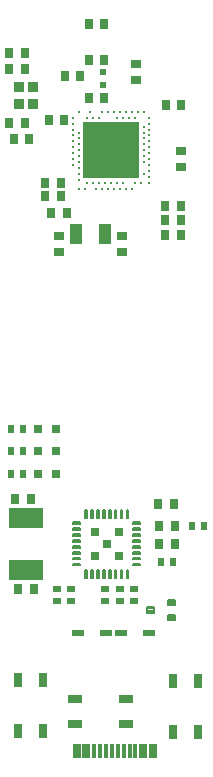
<source format=gbr>
From c3ca4f95bd59f69d45e582a4149327f57a360760 Mon Sep 17 00:00:00 2001
From: jaseg <git@jaseg.de>
Date: Sun, 30 Jan 2022 20:11:38 +0100
Subject: Rename gerbonara/gerber package to just gerbonara

---
 .../resources/eagle_files/solderpaste_top.gbr      | 621 ---------------------
 1 file changed, 621 deletions(-)
 delete mode 100644 gerbonara/gerber/tests/resources/eagle_files/solderpaste_top.gbr

(limited to 'gerbonara/gerber/tests/resources/eagle_files/solderpaste_top.gbr')

diff --git a/gerbonara/gerber/tests/resources/eagle_files/solderpaste_top.gbr b/gerbonara/gerber/tests/resources/eagle_files/solderpaste_top.gbr
deleted file mode 100644
index b35400e..0000000
--- a/gerbonara/gerber/tests/resources/eagle_files/solderpaste_top.gbr
+++ /dev/null
@@ -1,621 +0,0 @@
-G04 EAGLE Gerber RS-274X export*
-G75*
-%MOMM*%
-%FSLAX34Y34*%
-%LPD*%
-%INSolderpaste Top*%
-%IPPOS*%
-%AMOC8*
-5,1,8,0,0,1.08239X$1,22.5*%
-G01*
-%ADD10C,0.139700*%
-%ADD11R,0.762000X0.762000*%
-%ADD12C,0.190500*%
-%ADD13R,1.058800X0.539100*%
-%ADD14R,0.800000X0.800000*%
-%ADD15R,0.600000X0.700000*%
-%ADD16R,0.700000X0.600000*%
-%ADD17R,0.700000X0.900000*%
-%ADD18R,0.850000X0.950000*%
-%ADD19R,0.600000X0.600000*%
-%ADD20R,0.900000X0.700000*%
-%ADD21R,1.000000X1.800000*%
-%ADD22R,4.850000X4.850000*%
-%ADD23C,0.200000*%
-%ADD24R,0.635000X1.270000*%
-%ADD25R,0.300000X1.270000*%
-%ADD26R,2.911800X1.817700*%
-%ADD27R,0.650000X1.250000*%
-%ADD28R,1.250000X0.650000*%
-
-
-D10*
-X117312Y273531D02*
-X111088Y273531D01*
-X111088Y274929D01*
-X117312Y274929D01*
-X117312Y273531D01*
-X117312Y274858D02*
-X111088Y274858D01*
-X111088Y268531D02*
-X117312Y268531D01*
-X111088Y268531D02*
-X111088Y269929D01*
-X117312Y269929D01*
-X117312Y268531D01*
-X117312Y269858D02*
-X111088Y269858D01*
-X111088Y263531D02*
-X117312Y263531D01*
-X111088Y263531D02*
-X111088Y264929D01*
-X117312Y264929D01*
-X117312Y263531D01*
-X117312Y264858D02*
-X111088Y264858D01*
-X111088Y258531D02*
-X117312Y258531D01*
-X111088Y258531D02*
-X111088Y259929D01*
-X117312Y259929D01*
-X117312Y258531D01*
-X117312Y259858D02*
-X111088Y259858D01*
-X111088Y253531D02*
-X117312Y253531D01*
-X111088Y253531D02*
-X111088Y254929D01*
-X117312Y254929D01*
-X117312Y253531D01*
-X117312Y254858D02*
-X111088Y254858D01*
-X111088Y248531D02*
-X117312Y248531D01*
-X111088Y248531D02*
-X111088Y249929D01*
-X117312Y249929D01*
-X117312Y248531D01*
-X117312Y249858D02*
-X111088Y249858D01*
-X111088Y243531D02*
-X117312Y243531D01*
-X111088Y243531D02*
-X111088Y244929D01*
-X117312Y244929D01*
-X117312Y243531D01*
-X117312Y244858D02*
-X111088Y244858D01*
-X111088Y238531D02*
-X117312Y238531D01*
-X111088Y238531D02*
-X111088Y239929D01*
-X117312Y239929D01*
-X117312Y238531D01*
-X117312Y239858D02*
-X111088Y239858D01*
-X122799Y234442D02*
-X122799Y228218D01*
-X121401Y228218D01*
-X121401Y234442D01*
-X122799Y234442D01*
-X122799Y229545D02*
-X121401Y229545D01*
-X121401Y230872D02*
-X122799Y230872D01*
-X122799Y232199D02*
-X121401Y232199D01*
-X121401Y233526D02*
-X122799Y233526D01*
-X127799Y234442D02*
-X127799Y228218D01*
-X126401Y228218D01*
-X126401Y234442D01*
-X127799Y234442D01*
-X127799Y229545D02*
-X126401Y229545D01*
-X126401Y230872D02*
-X127799Y230872D01*
-X127799Y232199D02*
-X126401Y232199D01*
-X126401Y233526D02*
-X127799Y233526D01*
-X132799Y234442D02*
-X132799Y228218D01*
-X131401Y228218D01*
-X131401Y234442D01*
-X132799Y234442D01*
-X132799Y229545D02*
-X131401Y229545D01*
-X131401Y230872D02*
-X132799Y230872D01*
-X132799Y232199D02*
-X131401Y232199D01*
-X131401Y233526D02*
-X132799Y233526D01*
-X137799Y234442D02*
-X137799Y228218D01*
-X136401Y228218D01*
-X136401Y234442D01*
-X137799Y234442D01*
-X137799Y229545D02*
-X136401Y229545D01*
-X136401Y230872D02*
-X137799Y230872D01*
-X137799Y232199D02*
-X136401Y232199D01*
-X136401Y233526D02*
-X137799Y233526D01*
-X142799Y234442D02*
-X142799Y228218D01*
-X141401Y228218D01*
-X141401Y234442D01*
-X142799Y234442D01*
-X142799Y229545D02*
-X141401Y229545D01*
-X141401Y230872D02*
-X142799Y230872D01*
-X142799Y232199D02*
-X141401Y232199D01*
-X141401Y233526D02*
-X142799Y233526D01*
-X147799Y234442D02*
-X147799Y228218D01*
-X146401Y228218D01*
-X146401Y234442D01*
-X147799Y234442D01*
-X147799Y229545D02*
-X146401Y229545D01*
-X146401Y230872D02*
-X147799Y230872D01*
-X147799Y232199D02*
-X146401Y232199D01*
-X146401Y233526D02*
-X147799Y233526D01*
-X152799Y234442D02*
-X152799Y228218D01*
-X151401Y228218D01*
-X151401Y234442D01*
-X152799Y234442D01*
-X152799Y229545D02*
-X151401Y229545D01*
-X151401Y230872D02*
-X152799Y230872D01*
-X152799Y232199D02*
-X151401Y232199D01*
-X151401Y233526D02*
-X152799Y233526D01*
-X157799Y234442D02*
-X157799Y228218D01*
-X156401Y228218D01*
-X156401Y234442D01*
-X157799Y234442D01*
-X157799Y229545D02*
-X156401Y229545D01*
-X156401Y230872D02*
-X157799Y230872D01*
-X157799Y232199D02*
-X156401Y232199D01*
-X156401Y233526D02*
-X157799Y233526D01*
-X161888Y239929D02*
-X168112Y239929D01*
-X168112Y238531D01*
-X161888Y238531D01*
-X161888Y239929D01*
-X161888Y239858D02*
-X168112Y239858D01*
-X168112Y244929D02*
-X161888Y244929D01*
-X168112Y244929D02*
-X168112Y243531D01*
-X161888Y243531D01*
-X161888Y244929D01*
-X161888Y244858D02*
-X168112Y244858D01*
-X168112Y249929D02*
-X161888Y249929D01*
-X168112Y249929D02*
-X168112Y248531D01*
-X161888Y248531D01*
-X161888Y249929D01*
-X161888Y249858D02*
-X168112Y249858D01*
-X168112Y254929D02*
-X161888Y254929D01*
-X168112Y254929D02*
-X168112Y253531D01*
-X161888Y253531D01*
-X161888Y254929D01*
-X161888Y254858D02*
-X168112Y254858D01*
-X168112Y259929D02*
-X161888Y259929D01*
-X168112Y259929D02*
-X168112Y258531D01*
-X161888Y258531D01*
-X161888Y259929D01*
-X161888Y259858D02*
-X168112Y259858D01*
-X168112Y264929D02*
-X161888Y264929D01*
-X168112Y264929D02*
-X168112Y263531D01*
-X161888Y263531D01*
-X161888Y264929D01*
-X161888Y264858D02*
-X168112Y264858D01*
-X168112Y269929D02*
-X161888Y269929D01*
-X168112Y269929D02*
-X168112Y268531D01*
-X161888Y268531D01*
-X161888Y269929D01*
-X161888Y269858D02*
-X168112Y269858D01*
-X168112Y274929D02*
-X161888Y274929D01*
-X168112Y274929D02*
-X168112Y273531D01*
-X161888Y273531D01*
-X161888Y274929D01*
-X161888Y274858D02*
-X168112Y274858D01*
-X156401Y279018D02*
-X156401Y285242D01*
-X157799Y285242D01*
-X157799Y279018D01*
-X156401Y279018D01*
-X156401Y280345D02*
-X157799Y280345D01*
-X157799Y281672D02*
-X156401Y281672D01*
-X156401Y282999D02*
-X157799Y282999D01*
-X157799Y284326D02*
-X156401Y284326D01*
-X151401Y285242D02*
-X151401Y279018D01*
-X151401Y285242D02*
-X152799Y285242D01*
-X152799Y279018D01*
-X151401Y279018D01*
-X151401Y280345D02*
-X152799Y280345D01*
-X152799Y281672D02*
-X151401Y281672D01*
-X151401Y282999D02*
-X152799Y282999D01*
-X152799Y284326D02*
-X151401Y284326D01*
-X146401Y285242D02*
-X146401Y279018D01*
-X146401Y285242D02*
-X147799Y285242D01*
-X147799Y279018D01*
-X146401Y279018D01*
-X146401Y280345D02*
-X147799Y280345D01*
-X147799Y281672D02*
-X146401Y281672D01*
-X146401Y282999D02*
-X147799Y282999D01*
-X147799Y284326D02*
-X146401Y284326D01*
-X141401Y285242D02*
-X141401Y279018D01*
-X141401Y285242D02*
-X142799Y285242D01*
-X142799Y279018D01*
-X141401Y279018D01*
-X141401Y280345D02*
-X142799Y280345D01*
-X142799Y281672D02*
-X141401Y281672D01*
-X141401Y282999D02*
-X142799Y282999D01*
-X142799Y284326D02*
-X141401Y284326D01*
-X136401Y285242D02*
-X136401Y279018D01*
-X136401Y285242D02*
-X137799Y285242D01*
-X137799Y279018D01*
-X136401Y279018D01*
-X136401Y280345D02*
-X137799Y280345D01*
-X137799Y281672D02*
-X136401Y281672D01*
-X136401Y282999D02*
-X137799Y282999D01*
-X137799Y284326D02*
-X136401Y284326D01*
-X131401Y285242D02*
-X131401Y279018D01*
-X131401Y285242D02*
-X132799Y285242D01*
-X132799Y279018D01*
-X131401Y279018D01*
-X131401Y280345D02*
-X132799Y280345D01*
-X132799Y281672D02*
-X131401Y281672D01*
-X131401Y282999D02*
-X132799Y282999D01*
-X132799Y284326D02*
-X131401Y284326D01*
-X126401Y285242D02*
-X126401Y279018D01*
-X126401Y285242D02*
-X127799Y285242D01*
-X127799Y279018D01*
-X126401Y279018D01*
-X126401Y280345D02*
-X127799Y280345D01*
-X127799Y281672D02*
-X126401Y281672D01*
-X126401Y282999D02*
-X127799Y282999D01*
-X127799Y284326D02*
-X126401Y284326D01*
-X121401Y285242D02*
-X121401Y279018D01*
-X121401Y285242D02*
-X122799Y285242D01*
-X122799Y279018D01*
-X121401Y279018D01*
-X121401Y280345D02*
-X122799Y280345D01*
-X122799Y281672D02*
-X121401Y281672D01*
-X121401Y282999D02*
-X122799Y282999D01*
-X122799Y284326D02*
-X121401Y284326D01*
-D11*
-X139600Y256730D03*
-X129440Y266890D03*
-X149760Y266890D03*
-X129440Y246570D03*
-X149760Y246570D03*
-D12*
-X191452Y196533D02*
-X197168Y196533D01*
-X197168Y192087D01*
-X191452Y192087D01*
-X191452Y196533D01*
-X191452Y193897D02*
-X197168Y193897D01*
-X197168Y195707D02*
-X191452Y195707D01*
-X191452Y209233D02*
-X197168Y209233D01*
-X197168Y204787D01*
-X191452Y204787D01*
-X191452Y209233D01*
-X191452Y206597D02*
-X197168Y206597D01*
-X197168Y208407D02*
-X191452Y208407D01*
-X179388Y202883D02*
-X173672Y202883D01*
-X179388Y202883D02*
-X179388Y198437D01*
-X173672Y198437D01*
-X173672Y202883D01*
-X173672Y200247D02*
-X179388Y200247D01*
-X179388Y202057D02*
-X173672Y202057D01*
-D13*
-X151827Y181610D03*
-X175393Y181610D03*
-X138643Y181610D03*
-X115077Y181610D03*
-D14*
-X96400Y354330D03*
-X81400Y354330D03*
-X96400Y335280D03*
-X81400Y335280D03*
-X96400Y316230D03*
-X81400Y316230D03*
-D15*
-X68500Y354330D03*
-X58500Y354330D03*
-X68500Y335280D03*
-X58500Y335280D03*
-X68500Y316230D03*
-X58500Y316230D03*
-D16*
-X109220Y218360D03*
-X109220Y208360D03*
-X97790Y218360D03*
-X97790Y208360D03*
-X150910Y208360D03*
-X150910Y218360D03*
-X138290Y208360D03*
-X138290Y218360D03*
-X162560Y208360D03*
-X162560Y218360D03*
-D15*
-X185500Y241300D03*
-X195500Y241300D03*
-X222170Y271780D03*
-X212170Y271780D03*
-D17*
-X183180Y290540D03*
-X196180Y290540D03*
-X184000Y271780D03*
-X197000Y271780D03*
-X184000Y256540D03*
-X197000Y256540D03*
-X62080Y295020D03*
-X75080Y295020D03*
-X64620Y218440D03*
-X77620Y218440D03*
-D18*
-X65370Y643520D03*
-X65370Y629020D03*
-X76870Y629020D03*
-X76870Y643520D03*
-D19*
-X136250Y645270D03*
-X136250Y656270D03*
-D17*
-X70000Y613410D03*
-X57000Y613410D03*
-X57000Y659130D03*
-X70000Y659130D03*
-X137250Y634000D03*
-X124250Y634000D03*
-X105560Y537210D03*
-X92560Y537210D03*
-D20*
-X202692Y589180D03*
-X202692Y576180D03*
-D17*
-X189330Y628650D03*
-X202330Y628650D03*
-X103990Y652780D03*
-X116990Y652780D03*
-X70000Y672290D03*
-X57000Y672290D03*
-X100480Y551180D03*
-X87480Y551180D03*
-X100480Y562610D03*
-X87480Y562610D03*
-D21*
-X113230Y519430D03*
-X138230Y519430D03*
-D20*
-X99060Y504040D03*
-X99060Y517040D03*
-X152400Y504040D03*
-X152400Y517040D03*
-D22*
-X143250Y590000D03*
-D23*
-X143250Y562500D03*
-X138250Y562500D03*
-X133250Y562500D03*
-X128250Y562500D03*
-X123250Y562500D03*
-X120750Y557500D03*
-X130750Y557500D03*
-X135750Y557500D03*
-X140750Y557500D03*
-X145750Y557500D03*
-X148250Y562500D03*
-X153250Y562500D03*
-X150750Y557500D03*
-X155750Y557500D03*
-X160750Y557500D03*
-X163250Y562500D03*
-X168250Y562500D03*
-X175750Y562500D03*
-X175750Y567500D03*
-X170750Y570000D03*
-X175750Y572500D03*
-X175750Y577500D03*
-X175750Y582500D03*
-X175750Y587500D03*
-X175750Y592500D03*
-X175750Y597500D03*
-X175750Y602500D03*
-X175750Y607500D03*
-X175750Y612500D03*
-X175750Y617500D03*
-X170750Y610000D03*
-X170750Y605000D03*
-X170750Y600000D03*
-X170750Y595000D03*
-X170750Y590000D03*
-X170750Y585000D03*
-X170750Y580000D03*
-X163250Y617500D03*
-X165750Y622500D03*
-X170750Y622500D03*
-X160750Y622500D03*
-X158250Y617500D03*
-X155750Y622500D03*
-X153250Y617500D03*
-X148250Y617500D03*
-X150750Y622500D03*
-X145750Y622500D03*
-X140750Y622500D03*
-X135750Y622500D03*
-X133250Y617500D03*
-X128250Y617500D03*
-X125750Y622500D03*
-X123250Y617500D03*
-X115750Y622500D03*
-X115750Y557500D03*
-X115750Y570000D03*
-X115750Y575000D03*
-X115750Y580000D03*
-X110750Y582500D03*
-X115750Y585000D03*
-X110750Y587500D03*
-X115750Y590000D03*
-X110750Y592500D03*
-X115750Y595000D03*
-X110750Y597500D03*
-X115750Y600000D03*
-X110750Y602500D03*
-X115750Y605000D03*
-X110750Y607500D03*
-X110750Y612500D03*
-X110750Y617500D03*
-X115750Y565000D03*
-X110750Y577500D03*
-D20*
-X164600Y649850D03*
-X164600Y662850D03*
-D17*
-X137310Y666750D03*
-X124310Y666750D03*
-X137250Y697000D03*
-X124250Y697000D03*
-X103274Y615950D03*
-X90274Y615950D03*
-X73810Y599440D03*
-X60810Y599440D03*
-X189080Y518160D03*
-X202080Y518160D03*
-X189080Y530860D03*
-X202080Y530860D03*
-X189080Y542798D03*
-X202080Y542798D03*
-D24*
-X122350Y81350D03*
-D25*
-X143850Y81350D03*
-X148850Y81350D03*
-X153850Y81350D03*
-X158850Y81350D03*
-X163850Y81350D03*
-X138850Y81350D03*
-X133850Y81350D03*
-X128850Y81350D03*
-D24*
-X170350Y81350D03*
-X114350Y81350D03*
-X178350Y81350D03*
-D26*
-X71120Y234968D03*
-X71120Y278492D03*
-D27*
-X64300Y141700D03*
-X85700Y141700D03*
-X64300Y98300D03*
-X85800Y98300D03*
-D28*
-X112300Y103900D03*
-X112300Y125300D03*
-X155700Y103900D03*
-X155700Y125400D03*
-D27*
-X217180Y97060D03*
-X195780Y97060D03*
-X217180Y140460D03*
-X195680Y140460D03*
-M02*
-- 
cgit 


</source>
